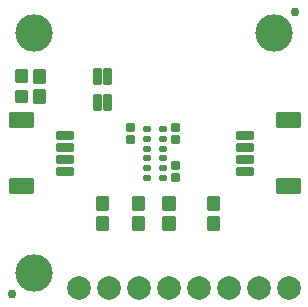
<source format=gts>
G04 EAGLE Gerber RS-274X export*
G75*
%MOMM*%
%FSLAX34Y34*%
%LPD*%
%INSoldermask Top*%
%IPPOS*%
%AMOC8*
5,1,8,0,0,1.08239X$1,22.5*%
G01*
%ADD10C,0.762000*%
%ADD11C,3.175000*%
%ADD12C,0.225588*%
%ADD13C,0.225369*%
%ADD14C,2.006600*%
%ADD15C,0.225400*%
%ADD16C,0.428259*%
%ADD17C,0.228959*%
%ADD18C,0.228600*%


D10*
X246380Y246380D03*
X6350Y7620D03*
D11*
X228600Y228600D03*
X25400Y228600D03*
X25400Y25400D03*
D12*
X249457Y93493D02*
X249457Y104507D01*
X249457Y93493D02*
X230443Y93493D01*
X230443Y104507D01*
X249457Y104507D01*
X249457Y95636D02*
X230443Y95636D01*
X230443Y97779D02*
X249457Y97779D01*
X249457Y99922D02*
X230443Y99922D01*
X230443Y102065D02*
X249457Y102065D01*
X249457Y104208D02*
X230443Y104208D01*
X249457Y149493D02*
X249457Y160507D01*
X249457Y149493D02*
X230443Y149493D01*
X230443Y160507D01*
X249457Y160507D01*
X249457Y151636D02*
X230443Y151636D01*
X230443Y153779D02*
X249457Y153779D01*
X249457Y155922D02*
X230443Y155922D01*
X230443Y158065D02*
X249457Y158065D01*
X249457Y160208D02*
X230443Y160208D01*
D13*
X209458Y114508D02*
X209458Y109492D01*
X196942Y109492D01*
X196942Y114508D01*
X209458Y114508D01*
X209458Y111633D02*
X196942Y111633D01*
X196942Y113774D02*
X209458Y113774D01*
X209458Y119492D02*
X209458Y124508D01*
X209458Y119492D02*
X196942Y119492D01*
X196942Y124508D01*
X209458Y124508D01*
X209458Y121633D02*
X196942Y121633D01*
X196942Y123774D02*
X209458Y123774D01*
X209458Y129492D02*
X209458Y134508D01*
X209458Y129492D02*
X196942Y129492D01*
X196942Y134508D01*
X209458Y134508D01*
X209458Y131633D02*
X196942Y131633D01*
X196942Y133774D02*
X209458Y133774D01*
X209458Y139492D02*
X209458Y144508D01*
X209458Y139492D02*
X196942Y139492D01*
X196942Y144508D01*
X209458Y144508D01*
X209458Y141633D02*
X196942Y141633D01*
X196942Y143774D02*
X209458Y143774D01*
D12*
X4543Y149493D02*
X4543Y160507D01*
X23557Y160507D01*
X23557Y149493D01*
X4543Y149493D01*
X4543Y151636D02*
X23557Y151636D01*
X23557Y153779D02*
X4543Y153779D01*
X4543Y155922D02*
X23557Y155922D01*
X23557Y158065D02*
X4543Y158065D01*
X4543Y160208D02*
X23557Y160208D01*
X4543Y104507D02*
X4543Y93493D01*
X4543Y104507D02*
X23557Y104507D01*
X23557Y93493D01*
X4543Y93493D01*
X4543Y95636D02*
X23557Y95636D01*
X23557Y97779D02*
X4543Y97779D01*
X4543Y99922D02*
X23557Y99922D01*
X23557Y102065D02*
X4543Y102065D01*
X4543Y104208D02*
X23557Y104208D01*
D13*
X44542Y139492D02*
X44542Y144508D01*
X57058Y144508D01*
X57058Y139492D01*
X44542Y139492D01*
X44542Y141633D02*
X57058Y141633D01*
X57058Y143774D02*
X44542Y143774D01*
X44542Y134508D02*
X44542Y129492D01*
X44542Y134508D02*
X57058Y134508D01*
X57058Y129492D01*
X44542Y129492D01*
X44542Y131633D02*
X57058Y131633D01*
X57058Y133774D02*
X44542Y133774D01*
X44542Y124508D02*
X44542Y119492D01*
X44542Y124508D02*
X57058Y124508D01*
X57058Y119492D01*
X44542Y119492D01*
X44542Y121633D02*
X57058Y121633D01*
X57058Y123774D02*
X44542Y123774D01*
X44542Y114508D02*
X44542Y109492D01*
X44542Y114508D02*
X57058Y114508D01*
X57058Y109492D01*
X44542Y109492D01*
X44542Y111633D02*
X57058Y111633D01*
X57058Y113774D02*
X44542Y113774D01*
D14*
X63500Y12700D03*
X88900Y12700D03*
X114300Y12700D03*
X139700Y12700D03*
D15*
X117538Y62692D02*
X117538Y72708D01*
X117538Y62692D02*
X108522Y62692D01*
X108522Y72708D01*
X117538Y72708D01*
X117538Y64833D02*
X108522Y64833D01*
X108522Y66974D02*
X117538Y66974D01*
X117538Y69115D02*
X108522Y69115D01*
X108522Y71256D02*
X117538Y71256D01*
X117538Y79692D02*
X117538Y89708D01*
X117538Y79692D02*
X108522Y79692D01*
X108522Y89708D01*
X117538Y89708D01*
X117538Y81833D02*
X108522Y81833D01*
X108522Y83974D02*
X117538Y83974D01*
X117538Y86115D02*
X108522Y86115D01*
X108522Y88256D02*
X117538Y88256D01*
X143700Y72708D02*
X143700Y62692D01*
X134684Y62692D01*
X134684Y72708D01*
X143700Y72708D01*
X143700Y64833D02*
X134684Y64833D01*
X134684Y66974D02*
X143700Y66974D01*
X143700Y69115D02*
X134684Y69115D01*
X134684Y71256D02*
X143700Y71256D01*
X143700Y79692D02*
X143700Y89708D01*
X143700Y79692D02*
X134684Y79692D01*
X134684Y89708D01*
X143700Y89708D01*
X143700Y81833D02*
X134684Y81833D01*
X134684Y83974D02*
X143700Y83974D01*
X143700Y86115D02*
X134684Y86115D01*
X134684Y88256D02*
X143700Y88256D01*
X24702Y187134D02*
X24702Y197150D01*
X33718Y197150D01*
X33718Y187134D01*
X24702Y187134D01*
X24702Y189275D02*
X33718Y189275D01*
X33718Y191416D02*
X24702Y191416D01*
X24702Y193557D02*
X33718Y193557D01*
X33718Y195698D02*
X24702Y195698D01*
X24702Y180150D02*
X24702Y170134D01*
X24702Y180150D02*
X33718Y180150D01*
X33718Y170134D01*
X24702Y170134D01*
X24702Y172275D02*
X33718Y172275D01*
X33718Y174416D02*
X24702Y174416D01*
X24702Y176557D02*
X33718Y176557D01*
X33718Y178698D02*
X24702Y178698D01*
D16*
X17718Y178366D02*
X10730Y178366D01*
X17718Y178366D02*
X17718Y171378D01*
X10730Y171378D01*
X10730Y178366D01*
X10730Y175447D02*
X17718Y175447D01*
X17718Y195906D02*
X10730Y195906D01*
X17718Y195906D02*
X17718Y188918D01*
X10730Y188918D01*
X10730Y195906D01*
X10730Y192987D02*
X17718Y192987D01*
D17*
X118152Y146080D02*
X122132Y146080D01*
X118152Y146080D02*
X118152Y148560D01*
X122132Y148560D01*
X122132Y146080D01*
X122132Y148255D02*
X118152Y148255D01*
X118152Y137880D02*
X122132Y137880D01*
X118152Y137880D02*
X118152Y140360D01*
X122132Y140360D01*
X122132Y137880D01*
X122132Y140055D02*
X118152Y140055D01*
X118152Y129680D02*
X122132Y129680D01*
X118152Y129680D02*
X118152Y132160D01*
X122132Y132160D01*
X122132Y129680D01*
X122132Y131855D02*
X118152Y131855D01*
X118152Y121480D02*
X122132Y121480D01*
X118152Y121480D02*
X118152Y123960D01*
X122132Y123960D01*
X122132Y121480D01*
X122132Y123655D02*
X118152Y123655D01*
X118152Y113280D02*
X122132Y113280D01*
X118152Y113280D02*
X118152Y115760D01*
X122132Y115760D01*
X122132Y113280D01*
X122132Y115455D02*
X118152Y115455D01*
X118152Y105080D02*
X122132Y105080D01*
X118152Y105080D02*
X118152Y107560D01*
X122132Y107560D01*
X122132Y105080D01*
X122132Y107255D02*
X118152Y107255D01*
X131652Y105080D02*
X135632Y105080D01*
X131652Y105080D02*
X131652Y107560D01*
X135632Y107560D01*
X135632Y105080D01*
X135632Y107255D02*
X131652Y107255D01*
X131652Y113280D02*
X135632Y113280D01*
X131652Y113280D02*
X131652Y115760D01*
X135632Y115760D01*
X135632Y113280D01*
X135632Y115455D02*
X131652Y115455D01*
X131652Y121480D02*
X135632Y121480D01*
X131652Y121480D02*
X131652Y123960D01*
X135632Y123960D01*
X135632Y121480D01*
X135632Y123655D02*
X131652Y123655D01*
X131652Y129680D02*
X135632Y129680D01*
X131652Y129680D02*
X131652Y132160D01*
X135632Y132160D01*
X135632Y129680D01*
X135632Y131855D02*
X131652Y131855D01*
X131652Y137880D02*
X135632Y137880D01*
X131652Y137880D02*
X131652Y140360D01*
X135632Y140360D01*
X135632Y137880D01*
X135632Y140055D02*
X131652Y140055D01*
X131652Y146080D02*
X135632Y146080D01*
X131652Y146080D02*
X131652Y148560D01*
X135632Y148560D01*
X135632Y146080D01*
X135632Y148255D02*
X131652Y148255D01*
D13*
X142272Y146002D02*
X142272Y151018D01*
X147288Y151018D01*
X147288Y146002D01*
X142272Y146002D01*
X142272Y148143D02*
X147288Y148143D01*
X147288Y150284D02*
X142272Y150284D01*
X142272Y141018D02*
X142272Y136002D01*
X142272Y141018D02*
X147288Y141018D01*
X147288Y136002D01*
X142272Y136002D01*
X142272Y138143D02*
X147288Y138143D01*
X147288Y140284D02*
X142272Y140284D01*
X104172Y146002D02*
X104172Y151018D01*
X109188Y151018D01*
X109188Y146002D01*
X104172Y146002D01*
X104172Y148143D02*
X109188Y148143D01*
X109188Y150284D02*
X104172Y150284D01*
X104172Y141018D02*
X104172Y136002D01*
X104172Y141018D02*
X109188Y141018D01*
X109188Y136002D01*
X104172Y136002D01*
X104172Y138143D02*
X109188Y138143D01*
X109188Y140284D02*
X104172Y140284D01*
X147288Y109268D02*
X147288Y104252D01*
X142272Y104252D01*
X142272Y109268D01*
X147288Y109268D01*
X147288Y106393D02*
X142272Y106393D01*
X142272Y108534D02*
X147288Y108534D01*
X147288Y114252D02*
X147288Y119268D01*
X147288Y114252D02*
X142272Y114252D01*
X142272Y119268D01*
X147288Y119268D01*
X147288Y116393D02*
X142272Y116393D01*
X142272Y118534D02*
X147288Y118534D01*
D15*
X78042Y89708D02*
X78042Y79692D01*
X78042Y89708D02*
X87058Y89708D01*
X87058Y79692D01*
X78042Y79692D01*
X78042Y81833D02*
X87058Y81833D01*
X87058Y83974D02*
X78042Y83974D01*
X78042Y86115D02*
X87058Y86115D01*
X87058Y88256D02*
X78042Y88256D01*
X78042Y72708D02*
X78042Y62692D01*
X78042Y72708D02*
X87058Y72708D01*
X87058Y62692D01*
X78042Y62692D01*
X78042Y64833D02*
X87058Y64833D01*
X87058Y66974D02*
X78042Y66974D01*
X78042Y69115D02*
X87058Y69115D01*
X87058Y71256D02*
X78042Y71256D01*
X172022Y79692D02*
X172022Y89708D01*
X181038Y89708D01*
X181038Y79692D01*
X172022Y79692D01*
X172022Y81833D02*
X181038Y81833D01*
X181038Y83974D02*
X172022Y83974D01*
X172022Y86115D02*
X181038Y86115D01*
X181038Y88256D02*
X172022Y88256D01*
X172022Y72708D02*
X172022Y62692D01*
X172022Y72708D02*
X181038Y72708D01*
X181038Y62692D01*
X172022Y62692D01*
X172022Y64833D02*
X181038Y64833D01*
X181038Y66974D02*
X172022Y66974D01*
X172022Y69115D02*
X181038Y69115D01*
X181038Y71256D02*
X172022Y71256D01*
D14*
X241300Y12700D03*
X215900Y12700D03*
X190500Y12700D03*
X165100Y12700D03*
D18*
X81153Y185928D02*
X75819Y185928D01*
X75819Y197612D01*
X81153Y197612D01*
X81153Y185928D01*
X81153Y188100D02*
X75819Y188100D01*
X75819Y190272D02*
X81153Y190272D01*
X81153Y192444D02*
X75819Y192444D01*
X75819Y194616D02*
X81153Y194616D01*
X81153Y196788D02*
X75819Y196788D01*
X83947Y185928D02*
X89281Y185928D01*
X83947Y185928D02*
X83947Y197612D01*
X89281Y197612D01*
X89281Y185928D01*
X89281Y188100D02*
X83947Y188100D01*
X83947Y190272D02*
X89281Y190272D01*
X89281Y192444D02*
X83947Y192444D01*
X83947Y194616D02*
X89281Y194616D01*
X89281Y196788D02*
X83947Y196788D01*
X81153Y164338D02*
X75819Y164338D01*
X75819Y176022D01*
X81153Y176022D01*
X81153Y164338D01*
X81153Y166510D02*
X75819Y166510D01*
X75819Y168682D02*
X81153Y168682D01*
X81153Y170854D02*
X75819Y170854D01*
X75819Y173026D02*
X81153Y173026D01*
X81153Y175198D02*
X75819Y175198D01*
X83947Y164338D02*
X89281Y164338D01*
X83947Y164338D02*
X83947Y176022D01*
X89281Y176022D01*
X89281Y164338D01*
X89281Y166510D02*
X83947Y166510D01*
X83947Y168682D02*
X89281Y168682D01*
X89281Y170854D02*
X83947Y170854D01*
X83947Y173026D02*
X89281Y173026D01*
X89281Y175198D02*
X83947Y175198D01*
M02*

</source>
